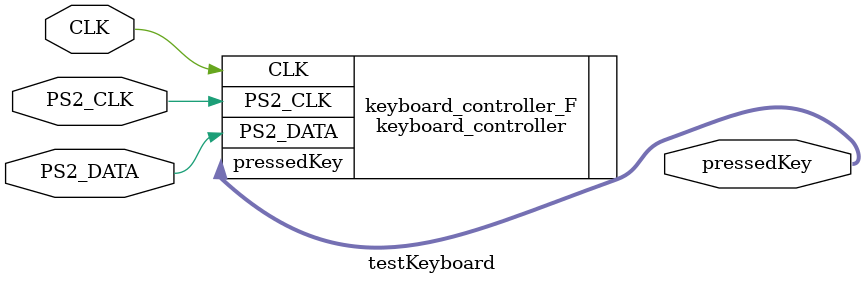
<source format=sv>
module testKeyboard(input logic CLK,		
						  input logic PS2_CLK,		
						  input logic PS2_DATA,		
						  output logic [7:0] pressedKey);
		//Codigos ps/2
		//https://wiki.osdev.org/PS/2_Keyboard
		localparam  [7:0] ARROW_UP 		= 8'h75;	
		localparam  [7:0] ARROW_DOWN 		= 8'h72;
		localparam  [7:0] ARROW_LEFT 		= 8'h6B;
		localparam  [7:0] ARROW_RIGHT 	= 8'h74;	
		localparam  [7:0] SPACE 			= 8'h29;	
		//mejor se saco estos codigos del modulo para asi tener uno generico para futuros proyectos
		keyboard_controller keyboard_controller_F (.CLK(CLK),.PS2_CLK(PS2_CLK),.PS2_DATA(PS2_DATA),.pressedKey(pressedKey));
endmodule

</source>
